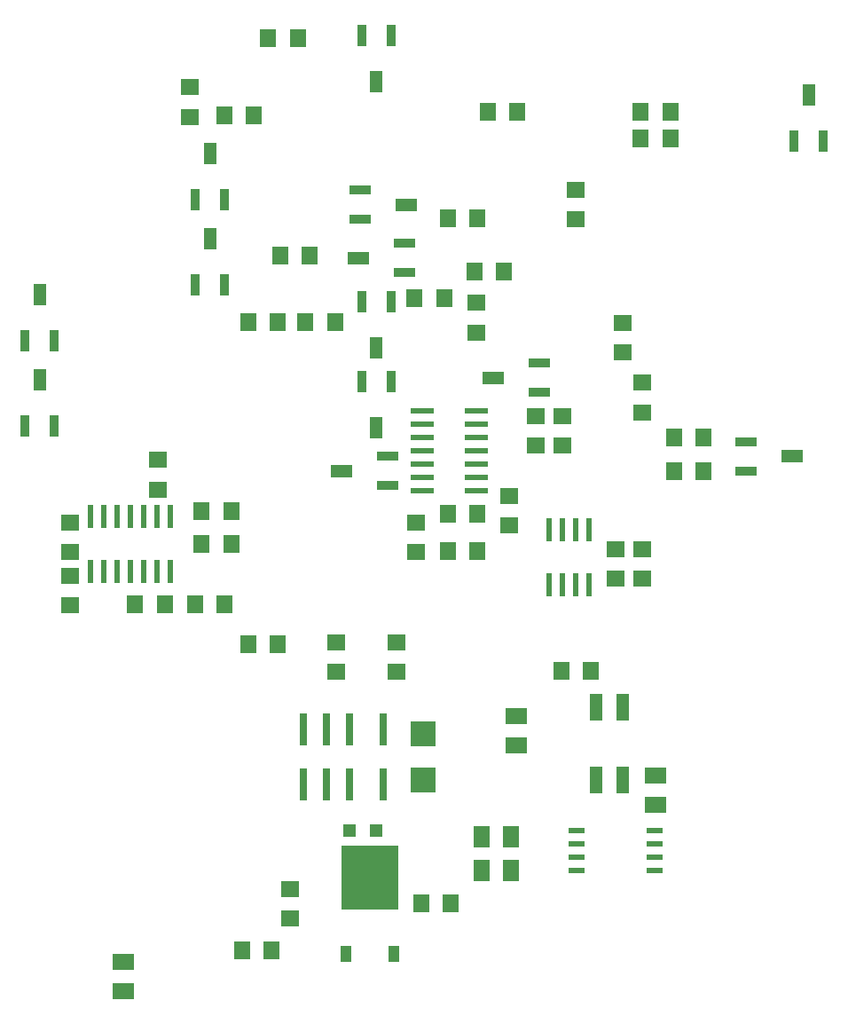
<source format=gtp>
G75*
%MOIN*%
%OFA0B0*%
%FSLAX25Y25*%
%IPPOS*%
%LPD*%
%AMOC8*
5,1,8,0,0,1.08239X$1,22.5*
%
%ADD10R,0.07087X0.06299*%
%ADD11R,0.06299X0.07087*%
%ADD12R,0.02362X0.08661*%
%ADD13R,0.08661X0.02362*%
%ADD14R,0.03150X0.12205*%
%ADD15R,0.05000X0.10000*%
%ADD16R,0.06299X0.07098*%
%ADD17R,0.03543X0.07874*%
%ADD18R,0.05118X0.07874*%
%ADD19R,0.07098X0.06299*%
%ADD20R,0.07874X0.03543*%
%ADD21R,0.07874X0.05118*%
%ADD22R,0.07874X0.06299*%
%ADD23R,0.06299X0.07874*%
%ADD24R,0.03937X0.06299*%
%ADD25R,0.21260X0.24409*%
%ADD26R,0.06100X0.02100*%
%ADD27R,0.09449X0.09449*%
%ADD28R,0.05000X0.05000*%
D10*
X0142248Y0063288D03*
X0142248Y0074312D03*
X0224748Y0210788D03*
X0224748Y0221812D03*
D11*
X0244236Y0156300D03*
X0255260Y0156300D03*
X0202760Y0068800D03*
X0191736Y0068800D03*
X0135260Y0051300D03*
X0124236Y0051300D03*
D12*
X0239748Y0188564D03*
X0244748Y0188564D03*
X0249748Y0188564D03*
X0254748Y0188564D03*
X0254748Y0209036D03*
X0249748Y0209036D03*
X0244748Y0209036D03*
X0239748Y0209036D03*
X0097248Y0214036D03*
X0092248Y0214036D03*
X0087248Y0214036D03*
X0082248Y0214036D03*
X0077248Y0214036D03*
X0072248Y0214036D03*
X0067248Y0214036D03*
X0067248Y0193564D03*
X0072248Y0193564D03*
X0077248Y0193564D03*
X0082248Y0193564D03*
X0087248Y0193564D03*
X0092248Y0193564D03*
X0097248Y0193564D03*
D13*
X0192012Y0223800D03*
X0192012Y0228800D03*
X0192012Y0233800D03*
X0192012Y0238800D03*
X0192012Y0243800D03*
X0192012Y0248800D03*
X0192012Y0253800D03*
X0212484Y0253800D03*
X0212484Y0248800D03*
X0212484Y0243800D03*
X0212484Y0238800D03*
X0212484Y0233800D03*
X0212484Y0228800D03*
X0212484Y0223800D03*
D14*
X0177209Y0134233D03*
X0164610Y0134233D03*
X0155949Y0134233D03*
X0147287Y0134233D03*
X0147287Y0113367D03*
X0155949Y0113367D03*
X0164610Y0113367D03*
X0177209Y0113367D03*
D15*
X0257248Y0115020D03*
X0267248Y0115020D03*
X0267248Y0142580D03*
X0257248Y0142580D03*
D16*
X0212846Y0201300D03*
X0201650Y0201300D03*
X0201650Y0215300D03*
X0212846Y0215300D03*
X0159346Y0287300D03*
X0148150Y0287300D03*
X0137846Y0287300D03*
X0126650Y0287300D03*
X0138650Y0312300D03*
X0149846Y0312300D03*
X0189150Y0296300D03*
X0200346Y0296300D03*
X0211650Y0306300D03*
X0222846Y0306300D03*
X0212846Y0326300D03*
X0201650Y0326300D03*
X0216650Y0366300D03*
X0227846Y0366300D03*
X0274150Y0366300D03*
X0274150Y0356300D03*
X0285346Y0356300D03*
X0285346Y0366300D03*
X0286650Y0243800D03*
X0297846Y0243800D03*
X0297846Y0231300D03*
X0286650Y0231300D03*
X0137846Y0166300D03*
X0126650Y0166300D03*
X0117846Y0181300D03*
X0106650Y0181300D03*
X0095346Y0181300D03*
X0084150Y0181300D03*
X0109150Y0203800D03*
X0120346Y0203800D03*
X0120346Y0216300D03*
X0109150Y0216300D03*
X0117650Y0364800D03*
X0128846Y0364800D03*
X0134150Y0393800D03*
X0145346Y0393800D03*
D17*
X0169236Y0394961D03*
X0180260Y0394961D03*
X0117760Y0333139D03*
X0106736Y0333139D03*
X0106736Y0301139D03*
X0117760Y0301139D03*
X0169236Y0294961D03*
X0180260Y0294961D03*
X0180260Y0264961D03*
X0169236Y0264961D03*
X0053760Y0280139D03*
X0042736Y0280139D03*
X0042736Y0248139D03*
X0053760Y0248139D03*
X0331736Y0355139D03*
X0342760Y0355139D03*
D18*
X0337248Y0372461D03*
X0174748Y0377639D03*
X0112248Y0350461D03*
X0112248Y0318461D03*
X0048248Y0297461D03*
X0048248Y0265461D03*
X0174748Y0277639D03*
X0174748Y0247639D03*
D19*
X0189748Y0211898D03*
X0189748Y0200702D03*
X0182248Y0166898D03*
X0182248Y0155702D03*
X0159748Y0155702D03*
X0159748Y0166898D03*
X0092748Y0224202D03*
X0092748Y0235398D03*
X0059748Y0211898D03*
X0059748Y0200702D03*
X0059748Y0191898D03*
X0059748Y0180702D03*
X0212248Y0283202D03*
X0212248Y0294398D03*
X0249748Y0325702D03*
X0249748Y0336898D03*
X0267248Y0286898D03*
X0267248Y0275702D03*
X0274748Y0264398D03*
X0274748Y0253202D03*
X0244748Y0251898D03*
X0234748Y0251898D03*
X0234748Y0240702D03*
X0244748Y0240702D03*
X0264748Y0201898D03*
X0274748Y0201898D03*
X0274748Y0190702D03*
X0264748Y0190702D03*
X0104748Y0364202D03*
X0104748Y0375398D03*
D20*
X0168587Y0336812D03*
X0168587Y0325788D03*
X0185409Y0316812D03*
X0185409Y0305788D03*
X0235909Y0271812D03*
X0235909Y0260788D03*
X0178909Y0236812D03*
X0178909Y0225788D03*
X0313587Y0231288D03*
X0313587Y0242312D03*
D21*
X0330909Y0236800D03*
X0218587Y0266300D03*
X0168087Y0311300D03*
X0185909Y0331300D03*
X0161587Y0231300D03*
D22*
X0079748Y0035788D03*
X0079748Y0046812D03*
X0227248Y0128288D03*
X0227248Y0139312D03*
X0279748Y0116812D03*
X0279748Y0105788D03*
D23*
X0225260Y0093800D03*
X0214236Y0093800D03*
X0214236Y0081300D03*
X0225260Y0081300D03*
D24*
X0181224Y0049902D03*
X0163272Y0049902D03*
D25*
X0172248Y0078643D03*
D26*
X0250148Y0081300D03*
X0250148Y0086300D03*
X0250148Y0091300D03*
X0250148Y0096300D03*
X0279348Y0096300D03*
X0279348Y0091300D03*
X0279348Y0086300D03*
X0279348Y0081300D03*
D27*
X0192248Y0115139D03*
X0192248Y0132461D03*
D28*
X0174748Y0096300D03*
X0164748Y0096300D03*
M02*

</source>
